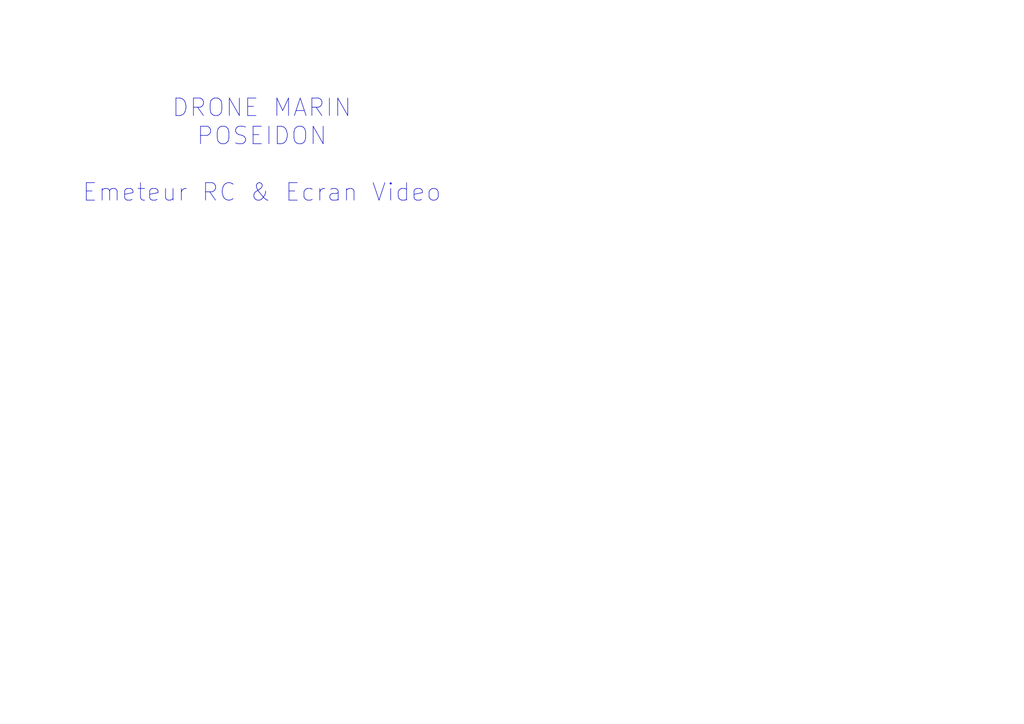
<source format=kicad_sch>
(kicad_sch
	(version 20250114)
	(generator "eeschema")
	(generator_version "9.0")
	(uuid "ed185f68-04e0-4f35-9661-a4e457b80815")
	(paper "A4")
	(title_block
		(date "2025-09-26")
		(rev "1.0")
		(company "Association Electromaker (yc)")
		(comment 2 "Drone marin")
	)
	(lib_symbols)
	(text "DRONE MARIN\nPOSEIDON\n\nEmeteur RC & Ecran Video"
		(exclude_from_sim no)
		(at 75.946 43.688 0)
		(effects
			(font
				(size 5.08 5.08)
			)
		)
		(uuid "dd30706d-0922-4ee4-bf78-97dfd6b0ca5a")
	)
)

</source>
